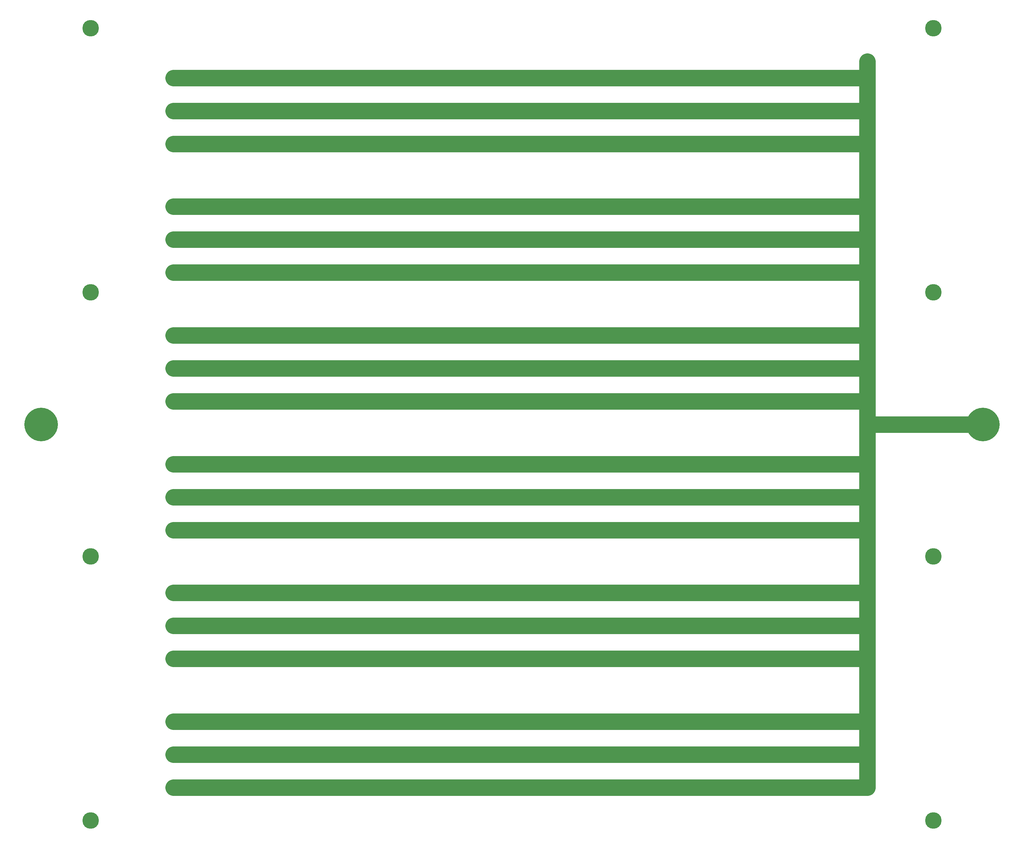
<source format=gbr>
G04 #@! TF.GenerationSoftware,KiCad,Pcbnew,(5.1.2)-1*
G04 #@! TF.CreationDate,2019-06-06T17:06:26+02:00*
G04 #@! TF.ProjectId,SBD electrode by JLCPCB,53424420-656c-4656-9374-726f64652062,1.0.1*
G04 #@! TF.SameCoordinates,Original*
G04 #@! TF.FileFunction,Copper,L1,Top*
G04 #@! TF.FilePolarity,Positive*
%FSLAX46Y46*%
G04 Gerber Fmt 4.6, Leading zero omitted, Abs format (unit mm)*
G04 Created by KiCad (PCBNEW (5.1.2)-1) date 2019-06-06 17:06:26*
%MOMM*%
%LPD*%
G04 APERTURE LIST*
%ADD10C,10.160000*%
%ADD11C,5.000000*%
%ADD12C,5.000000*%
G04 APERTURE END LIST*
D10*
X325800000Y-140240000D03*
X40800000Y-140240000D03*
D11*
X310800000Y-20240000D03*
X55800000Y-20240000D03*
X310800000Y-100240000D03*
X310800000Y-180240000D03*
X310800000Y-260240000D03*
X55800000Y-260240000D03*
X55800000Y-180240000D03*
X55800000Y-100240000D03*
D12*
X290800000Y-55240000D02*
X80800000Y-55240000D01*
X80800000Y-74240000D02*
X290800000Y-74240000D01*
X80800000Y-84240000D02*
X290800000Y-84240000D01*
X80800000Y-94240000D02*
X290800000Y-94240000D01*
X80800000Y-113240000D02*
X290800000Y-113240000D01*
X80800000Y-123240000D02*
X290800000Y-123240000D01*
X80800000Y-133240000D02*
X290800000Y-133240000D01*
X80800000Y-152240000D02*
X290800000Y-152240000D01*
X80800000Y-162240000D02*
X290800000Y-162240000D01*
X80800000Y-172240000D02*
X290800000Y-172240000D01*
X80800000Y-191240000D02*
X290800000Y-191240000D01*
X80800000Y-201240000D02*
X290800000Y-201240000D01*
X80800000Y-211240000D02*
X290800000Y-211240000D01*
X80800000Y-230240000D02*
X290800000Y-230240000D01*
X80800000Y-240240000D02*
X290800000Y-240240000D01*
X80800000Y-250240000D02*
X290800000Y-250240000D01*
X80800000Y-45240000D02*
X290800000Y-45240000D01*
X291500000Y-140240000D02*
X290800000Y-140940000D01*
X325800000Y-140240000D02*
X290800000Y-140240000D01*
X290800000Y-140940000D02*
X290800000Y-250240000D01*
X290800000Y-35240000D02*
X80800000Y-35240000D01*
X290800000Y-35530000D02*
X290800000Y-140940000D01*
X290800000Y-30240000D02*
X290800000Y-35530000D01*
M02*

</source>
